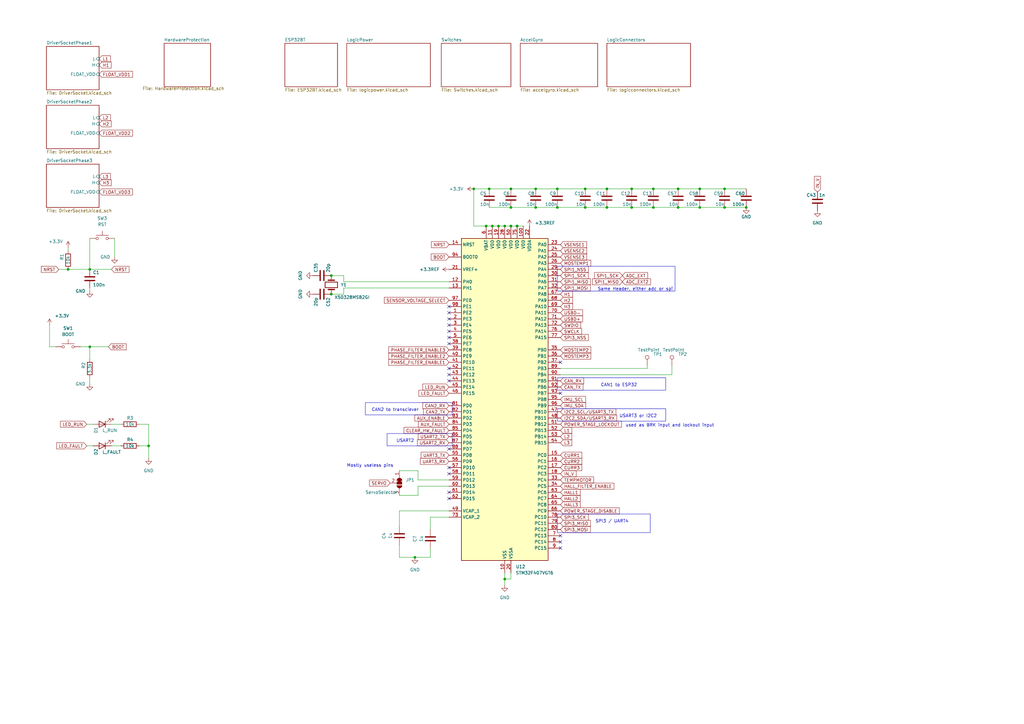
<source format=kicad_sch>
(kicad_sch (version 20230121) (generator eeschema)
  (paper "A3")
  (lib_symbols
    (symbol "Connector:TestPoint" (pin_numbers hide) (pin_names (offset 0.762) hide)
      (property "Reference" "TP" (at 0 6.858 0))
      (property "Value" "TestPoint" (at 0 5.08 0))
      (symbol "TestPoint_0_1"
        (circle (center 0 3.302) (radius 0.762))
      )
      (symbol "TestPoint_1_1"
        (pin passive line (at 0 0 90) (length 2.54) (name "1") (number "1"))
      )
    )
    (symbol "Device:C" (pin_numbers hide) (pin_names (offset 0.254))
      (property "Reference" "C" (at 0.635 2.54 0))
      (property "Value" "C" (at 0.635 -2.54 0))
      (symbol "C_0_1"
        (polyline (pts (xy -2.032 -0.762) (xy 2.032 -0.762)) (stroke (width 0.508)))
        (polyline (pts (xy -2.032 0.762) (xy 2.032 0.762)) (stroke (width 0.508)))
      )
      (symbol "C_1_1"
        (pin passive line (at 0 3.81 270) (length 2.794) (name "~") (number "1"))
        (pin passive line (at 0 -3.81 90) (length 2.794) (name "~") (number "2"))
      )
    )
    (symbol "Device:Crystal" (pin_numbers hide) (pin_names (offset 1.016) hide)
      (property "Reference" "Y" (at 0 3.81 0))
      (property "Value" "Crystal" (at 0 -3.81 0))
      (symbol "Crystal_0_1"
        (rectangle (start -1.143 2.54) (end 1.143 -2.54) (stroke (width 0.3048)))
        (polyline (pts (xy -2.54 0) (xy -1.905 0)))
        (polyline (pts (xy -1.905 -1.27) (xy -1.905 1.27)) (stroke (width 0.508)))
        (polyline (pts (xy 1.905 -1.27) (xy 1.905 1.27)) (stroke (width 0.508)))
        (polyline (pts (xy 2.54 0) (xy 1.905 0)))
      )
      (symbol "Crystal_1_1"
        (pin passive line (at -3.81 0 0) (length 1.27) (name "1") (number "1"))
        (pin passive line (at 3.81 0 180) (length 1.27) (name "2") (number "2"))
      )
    )
    (symbol "Device:LED" (pin_numbers hide) (pin_names (offset 1.016) hide)
      (property "Reference" "D" (at 0 2.54 0))
      (property "Value" "LED" (at 0 -2.54 0))
      (symbol "LED_0_1"
        (polyline (pts (xy -1.27 -1.27) (xy -1.27 1.27)) (stroke (width 0.254)))
        (polyline (pts (xy -1.27 0) (xy 1.27 0)))
        (polyline (pts (xy 1.27 -1.27) (xy 1.27 1.27) (xy -1.27 0) (xy 1.27 -1.27)) (stroke (width 0.254)))
        (polyline (pts (xy -3.048 -0.762) (xy -4.572 -2.286) (xy -3.81 -2.286) (xy -4.572 -2.286) (xy -4.572 -1.524)))
        (polyline (pts (xy -1.778 -0.762) (xy -3.302 -2.286) (xy -2.54 -2.286) (xy -3.302 -2.286) (xy -3.302 -1.524)))
      )
      (symbol "LED_1_1"
        (pin passive line (at -3.81 0 0) (length 2.54) (name "K") (number "1"))
        (pin passive line (at 3.81 0 180) (length 2.54) (name "A") (number "2"))
      )
    )
    (symbol "Device:R" (pin_numbers hide) (pin_names (offset 0))
      (property "Reference" "R" (at 2.032 0 90))
      (property "Value" "R" (at 0 0 90))
      (symbol "R_0_1"
        (rectangle (start -1.016 -2.54) (end 1.016 2.54) (stroke (width 0.254)))
      )
      (symbol "R_1_1"
        (pin passive line (at 0 3.81 270) (length 1.27) (name "~") (number "1"))
        (pin passive line (at 0 -3.81 90) (length 1.27) (name "~") (number "2"))
      )
    )
    (symbol "GigaVescSymbols:+3.3REF" (power) (pin_names (offset 0))
      (property "Value" "+3.3REF" (at 0 3.556 0))
      (symbol "+3.3REF_0_1"
        (polyline (pts (xy -0.762 1.27) (xy 0 2.54)))
        (polyline (pts (xy 0 0) (xy 0 2.54)))
        (polyline (pts (xy 0 2.54) (xy 0.762 1.27)))
      )
      (symbol "+3.3REF_1_1"
        (pin power_in line (at 0 0 90) (length 0) hide (name "+3.3REF") (number "1"))
      )
    )
    (symbol "Jumper:SolderJumper_3_Bridged12" (pin_names (offset 0) hide)
      (property "Reference" "JP" (at -2.54 -2.54 0))
      (property "Value" "SolderJumper_3_Bridged12" (at 0 2.794 0))
      (symbol "SolderJumper_3_Bridged12_0_1"
        (rectangle (start -1.016 0.508) (end -0.508 -0.508) (fill (type outline)))
        (arc (start -1.016 1.016) (mid -2.0276 0) (end -1.016 -1.016))
        (arc (start -1.016 1.016) (mid -2.0276 0) (end -1.016 -1.016) (fill (type outline)))
        (rectangle (start -0.508 1.016) (end 0.508 -1.016) (fill (type outline)))
        (polyline (pts (xy -2.54 0) (xy -2.032 0)))
        (polyline (pts (xy -1.016 1.016) (xy -1.016 -1.016)))
        (polyline (pts (xy 0 -1.27) (xy 0 -1.016)))
        (polyline (pts (xy 1.016 1.016) (xy 1.016 -1.016)))
        (polyline (pts (xy 2.54 0) (xy 2.032 0)))
        (arc (start 1.016 -1.016) (mid 2.0276 0) (end 1.016 1.016))
        (arc (start 1.016 -1.016) (mid 2.0276 0) (end 1.016 1.016) (fill (type outline)))
      )
      (symbol "SolderJumper_3_Bridged12_1_1"
        (pin passive line (at -5.08 0 0) (length 2.54) (name "A") (number "1"))
        (pin passive line (at 0 -3.81 90) (length 2.54) (name "C") (number "2"))
        (pin passive line (at 5.08 0 180) (length 2.54) (name "B") (number "3"))
      )
    )
    (symbol "MCU_ST_STM32F4:STM32F407VGTx"
      (property "Reference" "U" (at -17.78 67.31 0))
      (property "Value" "STM32F407VGTx" (at 12.7 67.31 0))
      (symbol "STM32F407VGTx_0_1"
        (rectangle (start -17.78 -66.04) (end 17.78 66.04) (stroke (width 0.254)) (fill (type background)))
      )
      (symbol "STM32F407VGTx_1_1"
        (pin bidirectional line (at -22.86 35.56 0) (length 5.08) (name "PE2") (number "1"))
        (pin power_in line (at 0 -71.12 90) (length 5.08) (name "VSS") (number "10"))
        (pin power_in line (at 7.62 71.12 270) (length 5.08) (name "VDD") (number "100"))
        (pin power_in line (at -5.08 71.12 270) (length 5.08) (name "VDD") (number "11"))
        (pin bidirectional line (at -22.86 48.26 0) (length 5.08) (name "PH0") (number "12"))
        (pin bidirectional line (at -22.86 45.72 0) (length 5.08) (name "PH1") (number "13"))
        (pin input line (at -22.86 63.5 0) (length 5.08) (name "NRST") (number "14"))
        (pin bidirectional line (at 22.86 -22.86 180) (length 5.08) (name "PC0") (number "15"))
        (pin bidirectional line (at 22.86 -25.4 180) (length 5.08) (name "PC1") (number "16"))
        (pin bidirectional line (at 22.86 -27.94 180) (length 5.08) (name "PC2") (number "17"))
        (pin bidirectional line (at 22.86 -30.48 180) (length 5.08) (name "PC3") (number "18"))
        (pin power_in line (at -2.54 71.12 270) (length 5.08) (name "VDD") (number "19"))
        (pin bidirectional line (at -22.86 33.02 0) (length 5.08) (name "PE3") (number "2"))
        (pin power_in line (at 2.54 -71.12 90) (length 5.08) (name "VSSA") (number "20"))
        (pin input line (at -22.86 53.34 0) (length 5.08) (name "VREF+") (number "21"))
        (pin power_in line (at 10.16 71.12 270) (length 5.08) (name "VDDA") (number "22"))
        (pin bidirectional line (at 22.86 63.5 180) (length 5.08) (name "PA0") (number "23"))
        (pin bidirectional line (at 22.86 60.96 180) (length 5.08) (name "PA1") (number "24"))
        (pin bidirectional line (at 22.86 58.42 180) (length 5.08) (name "PA2") (number "25"))
        (pin bidirectional line (at 22.86 55.88 180) (length 5.08) (name "PA3") (number "26"))
        (pin passive line (at 0 -71.12 90) (length 5.08) hide (name "VSS") (number "27"))
        (pin power_in line (at 0 71.12 270) (length 5.08) (name "VDD") (number "28"))
        (pin bidirectional line (at 22.86 53.34 180) (length 5.08) (name "PA4") (number "29"))
        (pin bidirectional line (at -22.86 30.48 0) (length 5.08) (name "PE4") (number "3"))
        (pin bidirectional line (at 22.86 50.8 180) (length 5.08) (name "PA5") (number "30"))
        (pin bidirectional line (at 22.86 48.26 180) (length 5.08) (name "PA6") (number "31"))
        (pin bidirectional line (at 22.86 45.72 180) (length 5.08) (name "PA7") (number "32"))
        (pin bidirectional line (at 22.86 -33.02 180) (length 5.08) (name "PC4") (number "33"))
        (pin bidirectional line (at 22.86 -35.56 180) (length 5.08) (name "PC5") (number "34"))
        (pin bidirectional line (at 22.86 20.32 180) (length 5.08) (name "PB0") (number "35"))
        (pin bidirectional line (at 22.86 17.78 180) (length 5.08) (name "PB1") (number "36"))
        (pin bidirectional line (at 22.86 15.24 180) (length 5.08) (name "PB2") (number "37"))
        (pin bidirectional line (at -22.86 22.86 0) (length 5.08) (name "PE7") (number "38"))
        (pin bidirectional line (at -22.86 20.32 0) (length 5.08) (name "PE8") (number "39"))
        (pin bidirectional line (at -22.86 27.94 0) (length 5.08) (name "PE5") (number "4"))
        (pin bidirectional line (at -22.86 17.78 0) (length 5.08) (name "PE9") (number "40"))
        (pin bidirectional line (at -22.86 15.24 0) (length 5.08) (name "PE10") (number "41"))
        (pin bidirectional line (at -22.86 12.7 0) (length 5.08) (name "PE11") (number "42"))
        (pin bidirectional line (at -22.86 10.16 0) (length 5.08) (name "PE12") (number "43"))
        (pin bidirectional line (at -22.86 7.62 0) (length 5.08) (name "PE13") (number "44"))
        (pin bidirectional line (at -22.86 5.08 0) (length 5.08) (name "PE14") (number "45"))
        (pin bidirectional line (at -22.86 2.54 0) (length 5.08) (name "PE15") (number "46"))
        (pin bidirectional line (at 22.86 -5.08 180) (length 5.08) (name "PB10") (number "47"))
        (pin bidirectional line (at 22.86 -7.62 180) (length 5.08) (name "PB11") (number "48"))
        (pin power_out line (at -22.86 -45.72 0) (length 5.08) (name "VCAP_1") (number "49"))
        (pin bidirectional line (at -22.86 25.4 0) (length 5.08) (name "PE6") (number "5"))
        (pin power_in line (at 2.54 71.12 270) (length 5.08) (name "VDD") (number "50"))
        (pin bidirectional line (at 22.86 -10.16 180) (length 5.08) (name "PB12") (number "51"))
        (pin bidirectional line (at 22.86 -12.7 180) (length 5.08) (name "PB13") (number "52"))
        (pin bidirectional line (at 22.86 -15.24 180) (length 5.08) (name "PB14") (number "53"))
        (pin bidirectional line (at 22.86 -17.78 180) (length 5.08) (name "PB15") (number "54"))
        (pin bidirectional line (at -22.86 -22.86 0) (length 5.08) (name "PD8") (number "55"))
        (pin bidirectional line (at -22.86 -25.4 0) (length 5.08) (name "PD9") (number "56"))
        (pin bidirectional line (at -22.86 -27.94 0) (length 5.08) (name "PD10") (number "57"))
        (pin bidirectional line (at -22.86 -30.48 0) (length 5.08) (name "PD11") (number "58"))
        (pin bidirectional line (at -22.86 -33.02 0) (length 5.08) (name "PD12") (number "59"))
        (pin power_in line (at -7.62 71.12 270) (length 5.08) (name "VBAT") (number "6"))
        (pin bidirectional line (at -22.86 -35.56 0) (length 5.08) (name "PD13") (number "60"))
        (pin bidirectional line (at -22.86 -38.1 0) (length 5.08) (name "PD14") (number "61"))
        (pin bidirectional line (at -22.86 -40.64 0) (length 5.08) (name "PD15") (number "62"))
        (pin bidirectional line (at 22.86 -38.1 180) (length 5.08) (name "PC6") (number "63"))
        (pin bidirectional line (at 22.86 -40.64 180) (length 5.08) (name "PC7") (number "64"))
        (pin bidirectional line (at 22.86 -43.18 180) (length 5.08) (name "PC8") (number "65"))
        (pin bidirectional line (at 22.86 -45.72 180) (length 5.08) (name "PC9") (number "66"))
        (pin bidirectional line (at 22.86 43.18 180) (length 5.08) (name "PA8") (number "67"))
        (pin bidirectional line (at 22.86 40.64 180) (length 5.08) (name "PA9") (number "68"))
        (pin bidirectional line (at 22.86 38.1 180) (length 5.08) (name "PA10") (number "69"))
        (pin bidirectional line (at 22.86 -55.88 180) (length 5.08) (name "PC13") (number "7"))
        (pin bidirectional line (at 22.86 35.56 180) (length 5.08) (name "PA11") (number "70"))
        (pin bidirectional line (at 22.86 33.02 180) (length 5.08) (name "PA12") (number "71"))
        (pin bidirectional line (at 22.86 30.48 180) (length 5.08) (name "PA13") (number "72"))
        (pin power_out line (at -22.86 -48.26 0) (length 5.08) (name "VCAP_2") (number "73"))
        (pin passive line (at 0 -71.12 90) (length 5.08) hide (name "VSS") (number "74"))
        (pin power_in line (at 5.08 71.12 270) (length 5.08) (name "VDD") (number "75"))
        (pin bidirectional line (at 22.86 27.94 180) (length 5.08) (name "PA14") (number "76"))
        (pin bidirectional line (at 22.86 25.4 180) (length 5.08) (name "PA15") (number "77"))
        (pin bidirectional line (at 22.86 -48.26 180) (length 5.08) (name "PC10") (number "78"))
        (pin bidirectional line (at 22.86 -50.8 180) (length 5.08) (name "PC11") (number "79"))
        (pin bidirectional line (at 22.86 -58.42 180) (length 5.08) (name "PC14") (number "8"))
        (pin bidirectional line (at 22.86 -53.34 180) (length 5.08) (name "PC12") (number "80"))
        (pin bidirectional line (at -22.86 -2.54 0) (length 5.08) (name "PD0") (number "81"))
        (pin bidirectional line (at -22.86 -5.08 0) (length 5.08) (name "PD1") (number "82"))
        (pin bidirectional line (at -22.86 -7.62 0) (length 5.08) (name "PD2") (number "83"))
        (pin bidirectional line (at -22.86 -10.16 0) (length 5.08) (name "PD3") (number "84"))
        (pin bidirectional line (at -22.86 -12.7 0) (length 5.08) (name "PD4") (number "85"))
        (pin bidirectional line (at -22.86 -15.24 0) (length 5.08) (name "PD5") (number "86"))
        (pin bidirectional line (at -22.86 -17.78 0) (length 5.08) (name "PD6") (number "87"))
        (pin bidirectional line (at -22.86 -20.32 0) (length 5.08) (name "PD7") (number "88"))
        (pin bidirectional line (at 22.86 12.7 180) (length 5.08) (name "PB3") (number "89"))
        (pin bidirectional line (at 22.86 -60.96 180) (length 5.08) (name "PC15") (number "9"))
        (pin bidirectional line (at 22.86 10.16 180) (length 5.08) (name "PB4") (number "90"))
        (pin bidirectional line (at 22.86 7.62 180) (length 5.08) (name "PB5") (number "91"))
        (pin bidirectional line (at 22.86 5.08 180) (length 5.08) (name "PB6") (number "92"))
        (pin bidirectional line (at 22.86 2.54 180) (length 5.08) (name "PB7") (number "93"))
        (pin input line (at -22.86 58.42 0) (length 5.08) (name "BOOT0") (number "94"))
        (pin bidirectional line (at 22.86 0 180) (length 5.08) (name "PB8") (number "95"))
        (pin bidirectional line (at 22.86 -2.54 180) (length 5.08) (name "PB9") (number "96"))
        (pin bidirectional line (at -22.86 40.64 0) (length 5.08) (name "PE0") (number "97"))
        (pin bidirectional line (at -22.86 38.1 0) (length 5.08) (name "PE1") (number "98"))
        (pin passive line (at 0 -71.12 90) (length 5.08) hide (name "VSS") (number "99"))
      )
    )
    (symbol "Switch:SW_Push" (pin_numbers hide) (pin_names (offset 1.016) hide)
      (property "Reference" "SW" (at 1.27 2.54 0))
      (property "Value" "SW_Push" (at 0 -1.524 0))
      (symbol "SW_Push_0_1"
        (circle (center -2.032 0) (radius 0.508))
        (polyline (pts (xy 0 1.27) (xy 0 3.048)))
        (polyline (pts (xy 2.54 1.27) (xy -2.54 1.27)))
        (circle (center 2.032 0) (radius 0.508))
        (pin passive line (at -5.08 0 0) (length 2.54) (name "1") (number "1"))
        (pin passive line (at 5.08 0 180) (length 2.54) (name "2") (number "2"))
      )
    )
    (symbol "power:+3.3V" (power) (pin_names (offset 0))
      (property "Value" "+3.3V" (at 0 3.556 0))
      (symbol "+3.3V_0_1"
        (polyline (pts (xy -0.762 1.27) (xy 0 2.54)))
        (polyline (pts (xy 0 0) (xy 0 2.54)))
        (polyline (pts (xy 0 2.54) (xy 0.762 1.27)))
      )
      (symbol "+3.3V_1_1"
        (pin power_in line (at 0 0 90) (length 0) hide (name "+3.3V") (number "1"))
      )
    )
    (symbol "power:GND" (power) (pin_names (offset 0))
      (property "Value" "GND" (at 0 -3.81 0))
      (symbol "GND_0_1"
        (polyline (pts (xy 0 0) (xy 0 -1.27) (xy 1.27 -1.27) (xy 0 -2.54) (xy -1.27 -1.27) (xy 0 -1.27)))
      )
      (symbol "GND_1_1"
        (pin power_in line (at 0 0 270) (length 0) hide (name "GND") (number "1"))
      )
    )
  )
  (junction (at 207.01 92.71))
  (junction (at 135.89 113.03))
  (junction (at 199.39 92.71))
  (junction (at 36.83 110.49))
  (junction (at 209.55 92.71))
  (junction (at 60.96 182.88))
  (junction (at 306.07 85.09))
  (junction (at 135.89 120.65))
  (junction (at 209.55 85.09))
  (junction (at 36.83 142.24))
  (junction (at 219.71 85.09))
  (junction (at 209.55 77.47))
  (junction (at 248.92 77.47))
  (junction (at 170.18 228.6))
  (junction (at 194.31 77.47))
  (junction (at 267.97 77.47))
  (junction (at 228.6 85.09))
  (junction (at 219.71 77.47))
  (junction (at 297.18 85.09))
  (junction (at 287.02 77.47))
  (junction (at 240.03 77.47))
  (junction (at 278.13 85.09))
  (junction (at 201.93 92.71))
  (junction (at 267.97 85.09))
  (junction (at 259.08 85.09))
  (junction (at 259.08 77.47))
  (junction (at 212.09 92.71))
  (junction (at 27.94 110.49))
  (junction (at 228.6 77.47))
  (junction (at 297.18 77.47))
  (junction (at 207.01 237.49))
  (junction (at 287.02 85.09))
  (junction (at 240.03 85.09))
  (junction (at 200.66 77.47))
  (junction (at 248.92 85.09))
  (junction (at 278.13 77.47))
  (junction (at 204.47 92.71))
  (no_connect (at 184.15 156.21))
  (no_connect (at 184.15 125.73))
  (no_connect (at 184.15 130.81))
  (no_connect (at 184.15 133.35))
  (no_connect (at 184.15 135.89))
  (no_connect (at 229.87 161.29))
  (no_connect (at 229.87 148.59))
  (no_connect (at 184.15 138.43))
  (no_connect (at 184.15 128.27))
  (no_connect (at 229.87 224.79))
  (no_connect (at 184.15 184.15))
  (no_connect (at 184.15 153.67))
  (no_connect (at 184.15 151.13))
  (no_connect (at 184.15 140.97))
  (no_connect (at 184.15 191.77))
  (no_connect (at 229.87 219.71))
  (no_connect (at 229.87 222.25))
  (no_connect (at 184.15 204.47))
  (no_connect (at 184.15 194.31))
  (no_connect (at 184.15 201.93))
  (wire (pts (xy 259.08 77.47) (xy 267.97 77.47)))
  (wire (pts (xy 33.02 142.24) (xy 36.83 142.24)))
  (wire (pts (xy 259.08 85.09) (xy 267.97 85.09)))
  (wire (pts (xy 57.15 182.88) (xy 60.96 182.88)))
  (wire (pts (xy 287.02 77.47) (xy 297.18 77.47)))
  (wire (pts (xy 267.97 85.09) (xy 278.13 85.09)))
  (wire (pts (xy 163.83 223.52) (xy 163.83 228.6)))
  (wire (pts (xy 22.86 142.24) (xy 20.32 142.24)))
  (wire (pts (xy 204.47 92.71) (xy 201.93 92.71)))
  (wire (pts (xy 248.92 77.47) (xy 259.08 77.47)))
  (wire (pts (xy 36.83 154.94) (xy 36.83 157.48)))
  (wire (pts (xy 207.01 92.71) (xy 204.47 92.71)))
  (wire (pts (xy 36.83 110.49) (xy 45.72 110.49)))
  (wire (pts (xy 267.97 77.47) (xy 278.13 77.47)))
  (wire (pts (xy 184.15 212.09) (xy 176.53 212.09)))
  (wire (pts (xy 248.92 85.09) (xy 259.08 85.09)))
  (wire (pts (xy 228.6 85.09) (xy 240.03 85.09)))
  (wire (pts (xy 36.83 118.11) (xy 36.83 119.38)))
  (wire (pts (xy 212.09 92.71) (xy 209.55 92.71)))
  (wire (pts (xy 36.83 142.24) (xy 36.83 147.32)))
  (wire (pts (xy 184.15 118.11) (xy 140.97 118.11)))
  (wire (pts (xy 219.71 85.09) (xy 228.6 85.09)))
  (wire (pts (xy 209.55 77.47) (xy 219.71 77.47)))
  (wire (pts (xy 171.45 193.04) (xy 163.83 193.04)))
  (wire (pts (xy 184.15 196.85) (xy 171.45 196.85)))
  (wire (pts (xy 45.72 182.88) (xy 49.53 182.88)))
  (wire (pts (xy 140.97 115.57) (xy 184.15 115.57)))
  (wire (pts (xy 171.45 196.85) (xy 171.45 193.04)))
  (wire (pts (xy 219.71 77.47) (xy 228.6 77.47)))
  (wire (pts (xy 194.31 92.71) (xy 199.39 92.71)))
  (wire (pts (xy 240.03 85.09) (xy 248.92 85.09)))
  (wire (pts (xy 60.96 182.88) (xy 60.96 187.96)))
  (wire (pts (xy 184.15 199.39) (xy 171.45 199.39)))
  (wire (pts (xy 207.01 237.49) (xy 207.01 240.03)))
  (wire (pts (xy 140.97 115.57) (xy 140.97 113.03)))
  (wire (pts (xy 171.45 199.39) (xy 171.45 203.2)))
  (wire (pts (xy 278.13 85.09) (xy 287.02 85.09)))
  (wire (pts (xy 194.31 77.47) (xy 194.31 92.71)))
  (wire (pts (xy 176.53 224.79) (xy 176.53 228.6)))
  (wire (pts (xy 176.53 228.6) (xy 170.18 228.6)))
  (wire (pts (xy 240.03 77.47) (xy 248.92 77.47)))
  (wire (pts (xy 201.93 92.71) (xy 199.39 92.71)))
  (wire (pts (xy 140.97 120.65) (xy 135.89 120.65)))
  (wire (pts (xy 229.87 153.67) (xy 275.59 153.67)))
  (wire (pts (xy 297.18 85.09) (xy 306.07 85.09)))
  (wire (pts (xy 163.83 209.55) (xy 163.83 215.9)))
  (wire (pts (xy 214.63 92.71) (xy 212.09 92.71)))
  (wire (pts (xy 36.83 97.79) (xy 36.83 110.49)))
  (wire (pts (xy 27.94 110.49) (xy 36.83 110.49)))
  (wire (pts (xy 45.72 173.99) (xy 49.53 173.99)))
  (wire (pts (xy 140.97 118.11) (xy 140.97 120.65)))
  (wire (pts (xy 38.1 182.88) (xy 35.56 182.88)))
  (wire (pts (xy 228.6 77.47) (xy 240.03 77.47)))
  (wire (pts (xy 20.32 133.35) (xy 20.32 142.24)))
  (wire (pts (xy 57.15 173.99) (xy 60.96 173.99)))
  (wire (pts (xy 297.18 77.47) (xy 306.07 77.47)))
  (wire (pts (xy 209.55 92.71) (xy 207.01 92.71)))
  (wire (pts (xy 184.15 209.55) (xy 163.83 209.55)))
  (wire (pts (xy 209.55 85.09) (xy 219.71 85.09)))
  (wire (pts (xy 209.55 234.95) (xy 209.55 237.49)))
  (wire (pts (xy 35.56 173.99) (xy 38.1 173.99)))
  (wire (pts (xy 176.53 212.09) (xy 176.53 217.17)))
  (wire (pts (xy 24.13 110.49) (xy 27.94 110.49)))
  (wire (pts (xy 278.13 77.47) (xy 287.02 77.47)))
  (wire (pts (xy 265.43 151.13) (xy 229.87 151.13)))
  (wire (pts (xy 60.96 173.99) (xy 60.96 182.88)))
  (wire (pts (xy 27.94 101.6) (xy 27.94 102.87)))
  (wire (pts (xy 171.45 203.2) (xy 163.83 203.2)))
  (wire (pts (xy 287.02 85.09) (xy 297.18 85.09)))
  (wire (pts (xy 275.59 153.67) (xy 275.59 149.86)))
  (wire (pts (xy 200.66 77.47) (xy 209.55 77.47)))
  (wire (pts (xy 265.43 149.86) (xy 265.43 151.13)))
  (wire (pts (xy 200.66 77.47) (xy 194.31 77.47)))
  (wire (pts (xy 200.66 85.09) (xy 209.55 85.09)))
  (wire (pts (xy 36.83 142.24) (xy 44.45 142.24)))
  (wire (pts (xy 209.55 237.49) (xy 207.01 237.49)))
  (wire (pts (xy 46.99 97.79) (xy 46.99 105.41)))
  (wire (pts (xy 163.83 228.6) (xy 170.18 228.6)))
  (wire (pts (xy 135.89 113.03) (xy 140.97 113.03)))
  (wire (pts (xy 207.01 234.95) (xy 207.01 237.49)))
  (rectangle (start 228.6 167.64) (end 273.05 172.72))
  (rectangle (start 228.6 109.22) (end 276.86 119.38))
  (rectangle (start 228.6 154.94) (end 273.05 160.02))
  (rectangle (start 149.86 165.1) (end 185.42 170.18))
  (rectangle (start 228.6 210.82) (end 266.7 218.44))
  (rectangle (start 158.75 177.8) (end 185.42 182.88))
  (text "Same Header, either adc or spi" (at 245.11 119.38 0) (effects (font (size 1.27 1.27)) (justify left bottom)))
  (text "SPI3 / UART4" (at 257.81 214.63 0) (effects (font (size 1.27 1.27)) (justify right bottom)))
  (text "CAN2 to transciever" (at 152.4 168.91 0) (effects (font (size 1.27 1.27)) (justify left bottom)))
  (text "USART3 or I2C2" (at 254 171.45 0) (effects (font (size 1.27 1.27)) (justify left bottom)))
  (text "CAN1 to ESP32" (at 246.38 158.75 0) (effects (font (size 1.27 1.27)) (justify left bottom)))
  (text "USART2" (at 162.56 181.61 0) (effects (font (size 1.27 1.27)) (justify left bottom)))
  (text "used as BRK input and lockout input" (at 256.54 175.26 0) (effects (font (size 1.27 1.27)) (justify left bottom)))
  (text "Mostly useless pins" (at 142.24 191.77 0) (effects (font (size 1.27 1.27)) (justify left bottom)))
  (global_label "BOOT" (shape input) (at 184.15 105.41 180) (property "Intersheetrefs" "${INTERSHEET_REFS}" (effects hide)))
  (global_label "CAN_RX" (shape input) (at 229.87 156.21 0) (property "Intersheetrefs" "${INTERSHEET_REFS}" (effects hide)))
  (global_label "FLOAT_VDD2" (shape input) (at 40.64 54.61 0) (property "Intersheetrefs" "${INTERSHEET_REFS}" (effects hide)))
  (global_label "FLOAT_VDD3" (shape input) (at 40.64 78.74 0) (property "Intersheetrefs" "${INTERSHEET_REFS}" (effects hide)))
  (global_label "L2" (shape input) (at 40.64 48.26 0) (property "Intersheetrefs" "${INTERSHEET_REFS}" (effects hide)))
  (global_label "POWER_STAGE_LOCKOUT" (shape input) (at 229.87 173.99 0) (property "Intersheetrefs" "${INTERSHEET_REFS}" (effects hide)))
  (global_label "MOSTEMP3" (shape input) (at 229.87 146.05 0) (property "Intersheetrefs" "${INTERSHEET_REFS}" (effects hide)))
  (global_label "SPI1_MISO" (shape input) (at 229.87 115.57 0) (property "Intersheetrefs" "${INTERSHEET_REFS}" (effects hide)))
  (global_label "HALL2" (shape input) (at 229.87 204.47 0) (property "Intersheetrefs" "${INTERSHEET_REFS}" (effects hide)))
  (global_label "VSENSE3" (shape input) (at 229.87 105.41 0) (property "Intersheetrefs" "${INTERSHEET_REFS}" (effects hide)))
  (global_label "SPI3_MOSI" (shape input) (at 229.87 217.17 0) (property "Intersheetrefs" "${INTERSHEET_REFS}" (effects hide)))
  (global_label "SWCLK" (shape input) (at 229.87 135.89 0) (property "Intersheetrefs" "${INTERSHEET_REFS}" (effects hide)))
  (global_label "PHASE_FILTER_ENABLE2" (shape input) (at 184.15 146.05 180) (property "Intersheetrefs" "${INTERSHEET_REFS}" (effects hide)))
  (global_label "NRST" (shape input) (at 24.13 110.49 180) (property "Intersheetrefs" "${INTERSHEET_REFS}" (effects hide)))
  (global_label "MOSTEMP1" (shape input) (at 229.87 107.95 0) (property "Intersheetrefs" "${INTERSHEET_REFS}" (effects hide)))
  (global_label "SERVO" (shape input) (at 160.02 198.12 180) (property "Intersheetrefs" "${INTERSHEET_REFS}" (effects hide)))
  (global_label "VSENSE1" (shape input) (at 229.87 100.33 0) (property "Intersheetrefs" "${INTERSHEET_REFS}" (effects hide)))
  (global_label "SENSOR_VOLTAGE_SELECT" (shape input) (at 184.15 123.19 180) (property "Intersheetrefs" "${INTERSHEET_REFS}" (effects hide)))
  (global_label "AUX_FAULT" (shape input) (at 184.15 173.99 180) (property "Intersheetrefs" "${INTERSHEET_REFS}" (effects hide)))
  (global_label "USBD+" (shape input) (at 229.87 130.81 0) (property "Intersheetrefs" "${INTERSHEET_REFS}" (effects hide)))
  (global_label "L1" (shape input) (at 229.87 176.53 0) (property "Intersheetrefs" "${INTERSHEET_REFS}" (effects hide)))
  (global_label "PHASE_FILTER_ENABLE1" (shape input) (at 184.15 148.59 180) (property "Intersheetrefs" "${INTERSHEET_REFS}" (effects hide)))
  (global_label "POWER_STAGE_DISABLE" (shape input) (at 229.87 209.55 0) (property "Intersheetrefs" "${INTERSHEET_REFS}" (effects hide)))
  (global_label "CLEAR_HW_FAULT" (shape input) (at 184.15 176.53 180) (property "Intersheetrefs" "${INTERSHEET_REFS}" (effects hide)))
  (global_label "CAN2_RX" (shape input) (at 184.15 166.37 180) (property "Intersheetrefs" "${INTERSHEET_REFS}" (effects hide)))
  (global_label "LED_FAULT" (shape input) (at 35.56 182.88 180) (property "Intersheetrefs" "${INTERSHEET_REFS}" (effects hide)))
  (global_label "LED_RUN" (shape input) (at 184.15 158.75 180) (property "Intersheetrefs" "${INTERSHEET_REFS}" (effects hide)))
  (global_label "CURR3" (shape input) (at 229.87 191.77 0) (property "Intersheetrefs" "${INTERSHEET_REFS}" (effects hide)))
  (global_label "MOSTEMP2" (shape input) (at 229.87 143.51 0) (property "Intersheetrefs" "${INTERSHEET_REFS}" (effects hide)))
  (global_label "ADC_EXT" (shape input) (at 255.27 113.03 0) (property "Intersheetrefs" "${INTERSHEET_REFS}" (effects hide)))
  (global_label "HALL3" (shape input) (at 229.87 207.01 0) (property "Intersheetrefs" "${INTERSHEET_REFS}" (effects hide)))
  (global_label "VSENSE2" (shape input) (at 229.87 102.87 0) (property "Intersheetrefs" "${INTERSHEET_REFS}" (effects hide)))
  (global_label "SPI1_MOSI" (shape input) (at 229.87 118.11 0) (property "Intersheetrefs" "${INTERSHEET_REFS}" (effects hide)))
  (global_label "CURR2" (shape input) (at 229.87 189.23 0) (property "Intersheetrefs" "${INTERSHEET_REFS}" (effects hide)))
  (global_label "NRST" (shape input) (at 184.15 100.33 180) (property "Intersheetrefs" "${INTERSHEET_REFS}" (effects hide)))
  (global_label "L2" (shape input) (at 229.87 179.07 0) (property "Intersheetrefs" "${INTERSHEET_REFS}" (effects hide)))
  (global_label "SPI3_MISO" (shape input) (at 229.87 214.63 0) (property "Intersheetrefs" "${INTERSHEET_REFS}" (effects hide)))
  (global_label "H2" (shape input) (at 229.87 123.19 0) (property "Intersheetrefs" "${INTERSHEET_REFS}" (effects hide)))
  (global_label "SPI3_SCK" (shape input) (at 229.87 212.09 0) (property "Intersheetrefs" "${INTERSHEET_REFS}" (effects hide)))
  (global_label "L1" (shape input) (at 40.64 24.13 0) (property "Intersheetrefs" "${INTERSHEET_REFS}" (effects hide)))
  (global_label "SWDIO" (shape input) (at 229.87 133.35 0) (property "Intersheetrefs" "${INTERSHEET_REFS}" (effects hide)))
  (global_label "L3" (shape input) (at 229.87 181.61 0) (property "Intersheetrefs" "${INTERSHEET_REFS}" (effects hide)))
  (global_label "TEMPMOTOR" (shape input) (at 229.87 196.85 0) (property "Intersheetrefs" "${INTERSHEET_REFS}" (effects hide)))
  (global_label "UART3_TX" (shape input) (at 184.15 186.69 180) (property "Intersheetrefs" "${INTERSHEET_REFS}" (effects hide)))
  (global_label "UART3_RX" (shape input) (at 184.15 189.23 180) (property "Intersheetrefs" "${INTERSHEET_REFS}" (effects hide)))
  (global_label "H1" (shape input) (at 40.64 26.67 0) (property "Intersheetrefs" "${INTERSHEET_REFS}" (effects hide)))
  (global_label "I2C2_SCL{slash}USART3_TX" (shape input) (at 229.87 168.91 0) (property "Intersheetrefs" "${INTERSHEET_REFS}" (effects hide)))
  (global_label "BOOT" (shape input) (at 44.45 142.24 0) (property "Intersheetrefs" "${INTERSHEET_REFS}" (effects hide)))
  (global_label "SPI3_NSS" (shape input) (at 229.87 138.43 0) (property "Intersheetrefs" "${INTERSHEET_REFS}" (effects hide)))
  (global_label "CAN_TX" (shape input) (at 229.87 158.75 0) (property "Intersheetrefs" "${INTERSHEET_REFS}" (effects hide)))
  (global_label "USBD-" (shape input) (at 229.87 128.27 0) (property "Intersheetrefs" "${INTERSHEET_REFS}" (effects hide)))
  (global_label "SPI1_MISO" (shape input) (at 255.27 115.57 180) (property "Intersheetrefs" "${INTERSHEET_REFS}" (effects hide)))
  (global_label "SPI1_NSS" (shape input) (at 229.87 110.49 0) (property "Intersheetrefs" "${INTERSHEET_REFS}" (effects hide)))
  (global_label "SPI1_SCK" (shape input) (at 255.27 113.03 180) (property "Intersheetrefs" "${INTERSHEET_REFS}" (effects hide)))
  (global_label "USART2_TX" (shape input) (at 184.15 179.07 180) (property "Intersheetrefs" "${INTERSHEET_REFS}" (effects hide)))
  (global_label "L3" (shape input) (at 40.64 72.39 0) (property "Intersheetrefs" "${INTERSHEET_REFS}" (effects hide)))
  (global_label "IMU_SDA" (shape input) (at 229.87 166.37 0) (property "Intersheetrefs" "${INTERSHEET_REFS}" (effects hide)))
  (global_label "IMU_SCL" (shape input) (at 229.87 163.83 0) (property "Intersheetrefs" "${INTERSHEET_REFS}" (effects hide)))
  (global_label "SPI1_SCK" (shape input) (at 229.87 113.03 0) (property "Intersheetrefs" "${INTERSHEET_REFS}" (effects hide)))
  (global_label "H3" (shape input) (at 40.64 74.93 0) (property "Intersheetrefs" "${INTERSHEET_REFS}" (effects hide)))
  (global_label "LED_RUN" (shape input) (at 35.56 173.99 180) (property "Intersheetrefs" "${INTERSHEET_REFS}" (effects hide)))
  (global_label "PHASE_FILTER_ENABLE3" (shape input) (at 184.15 143.51 180) (property "Intersheetrefs" "${INTERSHEET_REFS}" (effects hide)))
  (global_label "CAN2_TX" (shape input) (at 184.15 168.91 180) (property "Intersheetrefs" "${INTERSHEET_REFS}" (effects hide)))
  (global_label "AUX_ENABLE" (shape input) (at 184.15 171.45 180) (property "Intersheetrefs" "${INTERSHEET_REFS}" (effects hide)))
  (global_label "CURR1" (shape input) (at 229.87 186.69 0) (property "Intersheetrefs" "${INTERSHEET_REFS}" (effects hide)))
  (global_label "H2" (shape input) (at 40.64 50.8 0) (property "Intersheetrefs" "${INTERSHEET_REFS}" (effects hide)))
  (global_label "LED_FAULT" (shape input) (at 184.15 161.29 180) (property "Intersheetrefs" "${INTERSHEET_REFS}" (effects hide)))
  (global_label "NRST" (shape input) (at 45.72 110.49 0) (property "Intersheetrefs" "${INTERSHEET_REFS}" (effects hide)))
  (global_label "H3" (shape input) (at 229.87 125.73 0) (property "Intersheetrefs" "${INTERSHEET_REFS}" (effects hide)))
  (global_label "I2C2_SDA{slash}USART3_RX" (shape input) (at 229.87 171.45 0) (property "Intersheetrefs" "${INTERSHEET_REFS}" (effects hide)))
  (global_label "HALL1" (shape input) (at 229.87 201.93 0) (property "Intersheetrefs" "${INTERSHEET_REFS}" (effects hide)))
  (global_label "H1" (shape input) (at 229.87 120.65 0) (property "Intersheetrefs" "${INTERSHEET_REFS}" (effects hide)))
  (global_label "FLOAT_VDD1" (shape input) (at 40.64 30.48 0) (property "Intersheetrefs" "${INTERSHEET_REFS}" (effects hide)))
  (global_label "USART2_RX" (shape input) (at 184.15 181.61 180) (property "Intersheetrefs" "${INTERSHEET_REFS}" (effects hide)))
  (global_label "ADC_EXT2" (shape input) (at 255.27 115.57 0) (property "Intersheetrefs" "${INTERSHEET_REFS}" (effects hide)))
  (global_label "IN_V" (shape input) (at 335.28 78.74 90) (property "Intersheetrefs" "${INTERSHEET_REFS}" (effects hide)))
  (global_label "IN_V" (shape input) (at 229.87 194.31 0) (property "Intersheetrefs" "${INTERSHEET_REFS}" (effects hide)))
  (global_label "HALL_FILTER_ENABLE" (shape input) (at 229.87 199.39 0) (property "Intersheetrefs" "${INTERSHEET_REFS}" (effects hide)))
  (symbol (lib_id "Jumper:SolderJumper_3_Bridged12") (at 163.83 198.12 270) (unit 1)
    (property "Reference" "JP1" (at 166.37 196.85 90) (effects (justify left)))
    (property "Value" "ServoSelector" (at 149.86 201.93 90) (effects (justify left)))
    (property "Footprint" "Jumper:SolderJumper-3_P1.3mm_Bridged2Bar12_RoundedPad1.0x1.5mm_NumberLabels" (effects hide))
  )
  (symbol (lib_id "Switch:SW_Push") (at 27.94 142.24 0) (unit 1)
    (property "Reference" "SW1" (at 27.94 134.62 0))
    (property "Value" "BOOT" (at 27.94 137.16 0))
    (property "Footprint" "Button_Switch_SMD:SW_Push_1P1T_XKB_TS-1187A" (effects hide))
    (property "MPN" "C318884" (effects hide))
  )
  (symbol (lib_id "Switch:SW_Push") (at 41.91 97.79 0) (unit 1)
    (property "Reference" "SW3" (at 41.91 89.535 0))
    (property "Value" "RST" (at 41.91 92.075 0))
    (property "Footprint" "Button_Switch_SMD:SW_Push_1P1T_XKB_TS-1187A" (effects hide))
    (property "MPN" "C318884" (effects hide))
  )
  (symbol (lib_id "Device:C") (at 297.18 81.28 0) (unit 1)
    (property "Reference" "C59" (at 292.735 79.375 0) (effects (justify left)))
    (property "Value" "10n" (at 293.37 83.82 0) (effects (justify left)))
    (property "Footprint" "GigaVescLibs:C_0603_1608Metric_L" (effects hide))
    (property "MPN" "C57112" (effects hide))
  )
  (symbol (lib_id "Connector:TestPoint") (at 265.43 149.86 0) (unit 1)
    (property "Reference" "TP1" (at 267.97 145.288 0) (effects (justify left)))
    (property "Value" "TestPoint" (at 261.62 143.51 0) (effects (justify left)))
    (property "Footprint" "TestPoint:TestPoint_Pad_D1.0mm" (effects hide))
  )
  (symbol (lib_id "Device:C") (at 219.71 81.28 0) (unit 1)
    (property "Reference" "C8" (at 216.535 79.375 0) (effects (justify left)))
    (property "Value" "10n" (at 215.9 83.82 0) (effects (justify left)))
    (property "Footprint" "GigaVescLibs:C_0603_1608Metric_L" (effects hide))
    (property "MPN" "C57112" (effects hide))
  )
  (symbol (lib_id "power:GND") (at 36.83 157.48 0) (unit 1)
    (property "Reference" "#PWR04" (effects hide))
    (property "Value" "GND" (at 33.02 157.48 0))
  )
  (symbol (lib_id "Device:C") (at 267.97 81.28 0) (unit 1)
    (property "Reference" "C13" (at 263.525 79.375 0) (effects (justify left)))
    (property "Value" "100n" (at 262.255 83.82 0) (effects (justify left)))
    (property "Footprint" "GigaVescLibs:C_0603_1608Metric_L" (effects hide))
    (property "MPN" "C14663" (effects hide))
  )
  (symbol (lib_id "Device:C") (at 287.02 81.28 0) (unit 1)
    (property "Reference" "C58" (at 282.575 79.375 0) (effects (justify left)))
    (property "Value" "100n" (at 281.305 83.82 0) (effects (justify left)))
    (property "Footprint" "GigaVescLibs:C_0603_1608Metric_L" (effects hide))
    (property "MPN" "C14663" (effects hide))
  )
  (symbol (lib_id "Connector:TestPoint") (at 275.59 149.86 0) (unit 1)
    (property "Reference" "TP2" (at 278.13 145.288 0) (effects (justify left)))
    (property "Value" "TestPoint" (at 271.78 143.51 0) (effects (justify left)))
    (property "Footprint" "TestPoint:TestPoint_Pad_D1.0mm" (effects hide))
  )
  (symbol (lib_id "MCU_ST_STM32F4:STM32F407VGTx") (at 207.01 163.83 0) (unit 1)
    (property "Reference" "U12" (at 211.5059 232.41 0) (effects (justify left)))
    (property "Value" "STM32F407VGT6" (at 211.5059 234.95 0) (effects (justify left)))
    (property "Footprint" "Package_QFP:LQFP-100_14x14mm_P0.5mm" (effects hide))
    (property "Datasheet" "https://www.st.com/resource/en/datasheet/stm32f407vg.pdf" (effects hide))
    (property "MPN" "C12345" (effects hide))
    (property "JLCRotOffset" "-90" (effects hide))
  )
  (symbol (lib_id "Device:C") (at 209.55 81.28 0) (unit 1)
    (property "Reference" "C6" (at 206.375 79.375 0) (effects (justify left)))
    (property "Value" "100n" (at 204.47 83.82 0) (effects (justify left)))
    (property "Footprint" "GigaVescLibs:C_0603_1608Metric_L" (effects hide))
    (property "MPN" "C14663" (effects hide))
  )
  (symbol (lib_id "power:+3.3V") (at 194.31 77.47 90) (unit 1)
    (property "Reference" "#PWR08" (effects hide))
    (property "Value" "+3.3V" (at 184.15 77.47 90) (effects (justify right)))
  )
  (symbol (lib_id "GigaVescSymbols:+3.3REF") (at 184.15 110.49 90) (unit 1)
    (property "Reference" "#PWR059" (effects hide))
    (property "Value" "+3.3REF" (at 180.34 110.49 90) (effects (justify left)))
  )
  (symbol (lib_id "Device:R") (at 53.34 182.88 90) (unit 1)
    (property "Reference" "R4" (at 53.34 180.34 90))
    (property "Value" "10k" (at 53.34 182.88 90))
    (property "Footprint" "Resistor_SMD:R_0603_1608Metric" (effects hide))
    (property "MPN" "C25804" (effects hide))
  )
  (symbol (lib_id "power:GND") (at 207.01 240.03 0) (unit 1)
    (property "Reference" "#PWR011" (effects hide))
    (property "Value" "GND" (at 207.01 245.11 0))
  )
  (symbol (lib_id "Device:R") (at 27.94 106.68 0) (unit 1)
    (property "Reference" "R1" (at 25.4 105.41 90))
    (property "Value" "10k" (at 27.94 106.68 90))
    (property "Footprint" "Resistor_SMD:R_0603_1608Metric" (effects hide))
    (property "MPN" "C25804" (effects hide))
  )
  (symbol (lib_id "Device:C") (at 132.08 120.65 270) (unit 1)
    (property "Reference" "C52" (at 134.62 121.92 0) (effects (justify left)))
    (property "Value" "20p" (at 129.54 121.92 0) (effects (justify left)))
    (property "Footprint" "Resistor_SMD:R_0603_1608Metric" (effects hide))
    (property "MPN" "C1648" (effects hide))
  )
  (symbol (lib_id "power:GND") (at 36.83 119.38 0) (unit 1)
    (property "Reference" "#PWR03" (effects hide))
    (property "Value" "GND" (at 33.02 119.38 0))
  )
  (symbol (lib_id "Device:C") (at 240.03 81.28 0) (unit 1)
    (property "Reference" "C10" (at 235.585 79.375 0) (effects (justify left)))
    (property "Value" "10n" (at 236.22 83.82 0) (effects (justify left)))
    (property "Footprint" "GigaVescLibs:C_0603_1608Metric_L" (effects hide))
    (property "MPN" "C57112" (effects hide))
  )
  (symbol (lib_id "power:GND") (at 306.07 85.09 0) (unit 1)
    (property "Reference" "#PWR010" (effects hide))
    (property "Value" "GND" (at 306.07 88.9 0))
  )
  (symbol (lib_id "Device:C") (at 36.83 114.3 0) (unit 1)
    (property "Reference" "C1" (at 38.1 111.76 0) (effects (justify left)))
    (property "Value" "100n" (at 38.1 116.84 0) (effects (justify left)))
    (property "Footprint" "GigaVescLibs:C_0603_1608Metric_L" (effects hide))
    (property "MPN" "C14663" (effects hide))
  )
  (symbol (lib_id "power:GND") (at 170.18 228.6 0) (unit 1)
    (property "Reference" "#PWR09" (effects hide))
    (property "Value" "GND" (at 170.18 233.68 0))
  )
  (symbol (lib_id "Device:C") (at 228.6 81.28 0) (unit 1)
    (property "Reference" "C9" (at 225.425 79.375 0) (effects (justify left)))
    (property "Value" "100n" (at 223.52 83.82 0) (effects (justify left)))
    (property "Footprint" "GigaVescLibs:C_0603_1608Metric_L" (effects hide))
    (property "MPN" "C14663" (effects hide))
  )
  (symbol (lib_id "power:GND") (at 128.27 120.65 270) (unit 1)
    (property "Reference" "#PWR087" (effects hide))
    (property "Value" "GND" (at 123.19 120.65 0))
  )
  (symbol (lib_id "Device:C") (at 306.07 81.28 0) (unit 1)
    (property "Reference" "C60" (at 301.625 79.375 0) (effects (justify left)))
    (property "Value" "100n" (at 300.355 83.82 0) (effects (justify left)))
    (property "Footprint" "GigaVescLibs:C_0603_1608Metric_L" (effects hide))
    (property "MPN" "C14663" (effects hide))
  )
  (symbol (lib_id "power:+3.3V") (at 27.94 101.6 0) (unit 1)
    (property "Reference" "#PWR02" (effects hide))
    (property "Value" "+3.3V" (at 22.86 99.06 0))
  )
  (symbol (lib_id "power:GND") (at 128.27 113.03 270) (unit 1)
    (property "Reference" "#PWR086" (effects hide))
    (property "Value" "GND" (at 123.19 113.03 0))
  )
  (symbol (lib_id "Device:LED") (at 41.91 173.99 180) (unit 1)
    (property "Reference" "D1" (at 39.37 177.8 90) (effects (justify right)))
    (property "Value" "L_RUN" (at 41.91 176.53 0) (effects (justify right)))
    (property "Footprint" "LED_SMD:LED_0603_1608Metric" (effects hide))
    (property "MPN" "C72043" (effects hide))
  )
  (symbol (lib_id "Device:C") (at 163.83 219.71 0) (unit 1)
    (property "Reference" "C4" (at 157.48 219.71 90))
    (property "Value" "1u" (at 160.02 219.71 90))
    (property "Footprint" "GigaVescLibs:C_0603_1608Metric_L" (effects hide))
    (property "MPN" "C15849" (effects hide))
  )
  (symbol (lib_id "Device:C") (at 176.53 220.98 0) (unit 1)
    (property "Reference" "C7" (at 170.18 220.98 90))
    (property "Value" "1u" (at 172.72 220.98 90))
    (property "Footprint" "GigaVescLibs:C_0603_1608Metric_L" (effects hide))
    (property "MPN" "C15849" (effects hide))
  )
  (symbol (lib_id "Device:C") (at 335.28 82.55 0) (unit 1)
    (property "Reference" "C43" (at 332.74 80.01 0))
    (property "Value" "1n" (at 337.185 80.01 0))
    (property "Footprint" "GigaVescLibs:C_0603_1608Metric_L" (effects hide))
    (property "MPN" "C1588" (effects hide))
  )
  (symbol (lib_id "power:GND") (at 335.28 86.36 0) (unit 1)
    (property "Reference" "#PWR07" (effects hide))
    (property "Value" "GND" (at 335.28 91.44 0))
  )
  (symbol (lib_id "power:+3.3V") (at 20.32 133.35 0) (unit 1)
    (property "Reference" "#PWR01" (effects hide))
    (property "Value" "+3.3V" (at 25.4 129.54 0))
  )
  (symbol (lib_id "Device:LED") (at 41.91 182.88 180) (unit 1)
    (property "Reference" "D2" (at 39.37 186.69 90) (effects (justify right)))
    (property "Value" "L_FAULT" (at 41.91 185.42 0) (effects (justify right)))
    (property "Footprint" "LED_SMD:LED_0603_1608Metric" (effects hide))
    (property "MPN" "C2286" (effects hide))
  )
  (symbol (lib_id "Device:Crystal") (at 135.89 116.84 90) (unit 1)
    (property "Reference" "Y1" (at 139.7 116.84 90) (effects (justify right)))
    (property "Value" "X50328MSB2GI" (at 137.16 121.92 90) (effects (justify right)))
    (property "Footprint" "Crystal:Crystal_SMD_5032-2Pin_5.0x3.2mm" (effects hide))
    (property "MPN" "C115962" (effects hide))
  )
  (symbol (lib_id "Device:R") (at 36.83 151.13 0) (unit 1)
    (property "Reference" "R2" (at 34.29 149.86 90))
    (property "Value" "3.3k" (at 36.83 151.13 90))
    (property "Footprint" "Resistor_SMD:R_0603_1608Metric" (effects hide))
    (property "MPN" "C22978" (effects hide))
  )
  (symbol (lib_id "Device:R") (at 53.34 173.99 90) (unit 1)
    (property "Reference" "R3" (at 53.34 171.45 90))
    (property "Value" "10k" (at 53.34 173.99 90))
    (property "Footprint" "Resistor_SMD:R_0603_1608Metric" (effects hide))
    (property "MPN" "C25804" (effects hide))
  )
  (symbol (lib_id "Device:C") (at 259.08 81.28 0) (unit 1)
    (property "Reference" "C12" (at 254.635 79.375 0) (effects (justify left)))
    (property "Value" "10n" (at 255.27 83.82 0) (effects (justify left)))
    (property "Footprint" "GigaVescLibs:C_0603_1608Metric_L" (effects hide))
    (property "MPN" "C57112" (effects hide))
  )
  (symbol (lib_id "Device:C") (at 200.66 81.28 0) (unit 1)
    (property "Reference" "C5" (at 196.85 79.375 0) (effects (justify left)))
    (property "Value" "10n" (at 196.85 83.82 0) (effects (justify left)))
    (property "Footprint" "GigaVescLibs:C_0603_1608Metric_L" (effects hide))
    (property "MPN" "C57112" (effects hide))
  )
  (symbol (lib_id "Device:C") (at 248.92 81.28 0) (unit 1)
    (property "Reference" "C11" (at 244.475 79.375 0) (effects (justify left)))
    (property "Value" "100n" (at 243.205 83.82 0) (effects (justify left)))
    (property "Footprint" "GigaVescLibs:C_0603_1608Metric_L" (effects hide))
    (property "MPN" "C14663" (effects hide))
  )
  (symbol (lib_id "Device:C") (at 278.13 81.28 0) (unit 1)
    (property "Reference" "C57" (at 273.685 79.375 0) (effects (justify left)))
    (property "Value" "10n" (at 274.32 83.82 0) (effects (justify left)))
    (property "Footprint" "GigaVescLibs:C_0603_1608Metric_L" (effects hide))
    (property "MPN" "C57112" (effects hide))
  )
  (symbol (lib_id "Device:C") (at 132.08 113.03 90) (unit 1)
    (property "Reference" "C35" (at 129.54 111.76 0) (effects (justify left)))
    (property "Value" "20p" (at 134.62 111.76 0) (effects (justify left)))
    (property "Footprint" "Resistor_SMD:R_0603_1608Metric" (effects hide))
    (property "MPN" "C1648" (effects hide))
  )
  (symbol (lib_id "power:GND") (at 46.99 105.41 0) (unit 1)
    (property "Reference" "#PWR05" (effects hide))
    (property "Value" "GND" (at 43.18 105.41 0))
  )
  (symbol (lib_id "power:GND") (at 60.96 187.96 0) (unit 1)
    (property "Reference" "#PWR06" (effects hide))
    (property "Value" "GND" (at 60.96 193.04 0))
  )
  (symbol (lib_id "GigaVescSymbols:+3.3REF") (at 217.17 92.71 0) (unit 1)
    (property "Reference" "#PWR085" (effects hide))
    (property "Value" "+3.3REF" (at 223.52 91.44 0))
  )
  (sheet (at 180.975 17.78) (size 28.575 17.78) (stroke (width 0.1524))
    (property "Sheetname" "Switches" (at 180.975 17.0684 0) (effects (justify left bottom)))
    (property "Sheetfile" "Switches.kicad_sch" (at 180.975 36.1446 0) (effects (justify left top)))
  )
  (sheet (at 19.05 43.18) (size 21.59 17.78) (stroke (width 0.1524))
    (property "Sheetname" "DriverSocketPhase2" (at 19.05 42.4684 0) (effects (justify left bottom)))
    (property "Sheetfile" "DriverSocket.kicad_sch" (at 19.05 61.5446 0) (effects (justify left top)))
    (pin "L" input (at 40.64 48.26 0))
    (pin "H" input (at 40.64 50.8 0))
    (pin "FLOAT_VDD" input (at 40.64 54.61 0))
  )
  (sheet (at 213.36 17.78) (size 31.75 17.78) (stroke (width 0.1524))
    (property "Sheetname" "AccelGyro" (at 213.36 17.0684 0) (effects (justify left bottom)))
    (property "Sheetfile" "accelgyro.kicad_sch" (at 213.36 36.1446 0) (effects (justify left top)))
  )
  (sheet (at 19.05 67.31) (size 21.59 17.78) (stroke (width 0.1524))
    (property "Sheetname" "DriverSocketPhase3" (at 19.05 66.5984 0) (effects (justify left bottom)))
    (property "Sheetfile" "DriverSocket.kicad_sch" (at 19.05 85.6746 0) (effects (justify left top)))
    (pin "L" input (at 40.64 72.39 0))
    (pin "H" input (at 40.64 74.93 0))
    (pin "FLOAT_VDD" input (at 40.64 78.74 0))
  )
  (sheet (at 142.24 17.78) (size 34.29 17.78) (stroke (width 0.1524))
    (property "Sheetname" "LogicPower" (at 142.24 17.0684 0) (effects (justify left bottom)))
    (property "Sheetfile" "logicpower.kicad_sch" (at 142.24 36.1446 0) (effects (justify left top)))
  )
  (sheet (at 116.84 17.78) (size 21.59 17.78) (stroke (width 0.1524))
    (property "Sheetname" "ESP32BT" (at 116.84 17.0684 0) (effects (justify left bottom)))
    (property "Sheetfile" "ESP32BT.kicad_sch" (at 116.84 36.1446 0) (effects (justify left top)))
  )
  (sheet (at 67.31 17.78) (size 19.05 17.78) (stroke (width 0.1524))
    (property "Sheetname" "HardwareProtection" (at 67.31 17.0684 0) (effects (justify left bottom)))
    (property "Sheetfile" "HardwareProtection.kicad_sch" (at 58.42 35.56 0) (effects (justify left top)))
  )
  (sheet (at 19.05 19.05) (size 21.59 17.78) (stroke (width 0.1524))
    (property "Sheetname" "DriverSocketPhase1" (at 19.05 18.3384 0) (effects (justify left bottom)))
    (property "Sheetfile" "DriverSocket.kicad_sch" (at 19.05 37.4146 0) (effects (justify left top)))
    (pin "L" input (at 40.64 24.13 0))
    (pin "H" input (at 40.64 26.67 0))
    (pin "FLOAT_VDD" input (at 40.64 30.48 0))
  )
  (sheet (at 248.92 17.78) (size 34.29 17.78) (stroke (width 0.1524))
    (property "Sheetname" "LogicConnectors" (at 248.92 17.0684 0) (effects (justify left bottom)))
    (property "Sheetfile" "logicconnectors.kicad_sch" (at 248.92 36.1446 0) (effects (justify left top)))
  )
)
</source>
